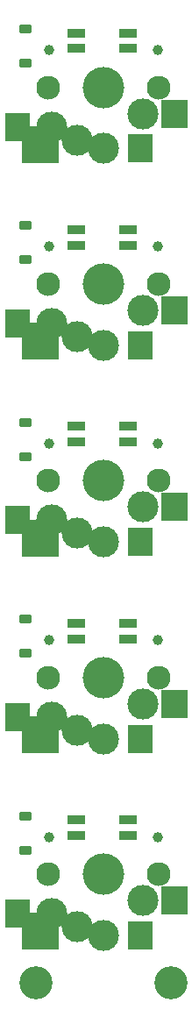
<source format=gbs>
G04 #@! TF.GenerationSoftware,KiCad,Pcbnew,7.0.8*
G04 #@! TF.CreationDate,2023-10-21T22:23:39-07:00*
G04 #@! TF.ProjectId,Seismos_5-Key,53656973-6d6f-4735-9f35-2d4b65792e6b,rev?*
G04 #@! TF.SameCoordinates,Original*
G04 #@! TF.FileFunction,Soldermask,Bot*
G04 #@! TF.FilePolarity,Negative*
%FSLAX46Y46*%
G04 Gerber Fmt 4.6, Leading zero omitted, Abs format (unit mm)*
G04 Created by KiCad (PCBNEW 7.0.8) date 2023-10-21 22:23:39*
%MOMM*%
%LPD*%
G01*
G04 APERTURE LIST*
G04 Aperture macros list*
%AMRoundRect*
0 Rectangle with rounded corners*
0 $1 Rounding radius*
0 $2 $3 $4 $5 $6 $7 $8 $9 X,Y pos of 4 corners*
0 Add a 4 corners polygon primitive as box body*
4,1,4,$2,$3,$4,$5,$6,$7,$8,$9,$2,$3,0*
0 Add four circle primitives for the rounded corners*
1,1,$1+$1,$2,$3*
1,1,$1+$1,$4,$5*
1,1,$1+$1,$6,$7*
1,1,$1+$1,$8,$9*
0 Add four rect primitives between the rounded corners*
20,1,$1+$1,$2,$3,$4,$5,0*
20,1,$1+$1,$4,$5,$6,$7,0*
20,1,$1+$1,$6,$7,$8,$9,0*
20,1,$1+$1,$8,$9,$2,$3,0*%
G04 Aperture macros list end*
%ADD10C,2.300000*%
%ADD11C,1.000000*%
%ADD12C,3.000000*%
%ADD13C,4.000000*%
%ADD14R,1.750000X0.812800*%
%ADD15RoundRect,0.063500X-1.150000X-1.300000X1.150000X-1.300000X1.150000X1.300000X-1.150000X1.300000X0*%
%ADD16RoundRect,0.063500X-1.750000X-1.750000X1.750000X-1.750000X1.750000X1.750000X-1.750000X1.750000X0*%
%ADD17RoundRect,0.063500X-1.200000X-1.300000X1.200000X-1.300000X1.200000X1.300000X-1.200000X1.300000X0*%
%ADD18C,3.200000*%
%ADD19RoundRect,0.225000X-0.375000X0.225000X-0.375000X-0.225000X0.375000X-0.225000X0.375000X0.225000X0*%
G04 APERTURE END LIST*
D10*
X41700000Y-60000000D03*
D11*
X41780000Y-56384200D03*
D12*
X42000000Y-63800000D03*
X44460000Y-65080000D03*
D13*
X47000000Y-60000000D03*
D12*
X47000000Y-65900000D03*
X50810000Y-62540000D03*
D11*
X52220000Y-56384200D03*
D10*
X52300000Y-60000000D03*
D14*
X49378000Y-54754900D03*
D15*
X38660000Y-63800000D03*
X50560000Y-65900000D03*
D14*
X44348100Y-54754900D03*
X49378000Y-56253500D03*
X44348100Y-56253500D03*
D16*
X40910000Y-65515000D03*
D17*
X53860000Y-62540000D03*
D10*
X41700000Y-41000000D03*
D11*
X41780000Y-37384200D03*
D12*
X42000000Y-44800000D03*
X44460000Y-46080000D03*
D13*
X47000000Y-41000000D03*
D12*
X47000000Y-46900000D03*
X50810000Y-43540000D03*
D11*
X52220000Y-37384200D03*
D10*
X52300000Y-41000000D03*
D14*
X49378000Y-35754900D03*
D15*
X38660000Y-44800000D03*
X50560000Y-46900000D03*
D14*
X44348100Y-35754900D03*
X49378000Y-37253500D03*
X44348100Y-37253500D03*
D16*
X40910000Y-46515000D03*
D17*
X53860000Y-43540000D03*
D10*
X41700000Y-79000000D03*
D11*
X41780000Y-75384200D03*
D12*
X42000000Y-82800000D03*
X44460000Y-84080000D03*
D13*
X47000000Y-79000000D03*
D12*
X47000000Y-84900000D03*
X50810000Y-81540000D03*
D11*
X52220000Y-75384200D03*
D10*
X52300000Y-79000000D03*
D14*
X49378000Y-73754900D03*
D15*
X38660000Y-82800000D03*
X50560000Y-84900000D03*
D14*
X44348100Y-73754900D03*
X49378000Y-75253500D03*
X44348100Y-75253500D03*
D16*
X40910000Y-84515000D03*
D17*
X53860000Y-81540000D03*
D10*
X41700000Y-98000000D03*
D11*
X41780000Y-94384200D03*
D12*
X42000000Y-101800000D03*
X44460000Y-103080000D03*
D13*
X47000000Y-98000000D03*
D12*
X47000000Y-103900000D03*
X50810000Y-100540000D03*
D11*
X52220000Y-94384200D03*
D10*
X52300000Y-98000000D03*
D14*
X49378000Y-92754900D03*
D15*
X38660000Y-101800000D03*
X50560000Y-103900000D03*
D14*
X44348100Y-92754900D03*
X49378000Y-94253500D03*
X44348100Y-94253500D03*
D16*
X40910000Y-103515000D03*
D17*
X53860000Y-100540000D03*
D18*
X53500000Y-127500000D03*
X40500000Y-127500000D03*
D10*
X41700000Y-117000000D03*
D11*
X41780000Y-113384200D03*
D12*
X42000000Y-120800000D03*
X44460000Y-122080000D03*
D13*
X47000000Y-117000000D03*
D12*
X47000000Y-122900000D03*
X50810000Y-119540000D03*
D11*
X52220000Y-113384200D03*
D10*
X52300000Y-117000000D03*
D14*
X49378000Y-111754900D03*
D15*
X38660000Y-120800000D03*
X50560000Y-122900000D03*
D14*
X44348100Y-111754900D03*
X49378000Y-113253500D03*
X44348100Y-113253500D03*
D16*
X40910000Y-122515000D03*
D17*
X53860000Y-119540000D03*
D19*
X39500000Y-54350000D03*
X39500000Y-57650000D03*
X39500000Y-92350000D03*
X39500000Y-95650000D03*
X39500000Y-35350000D03*
X39500000Y-38650000D03*
X39500000Y-111350000D03*
X39500000Y-114650000D03*
X39500000Y-73350000D03*
X39500000Y-76650000D03*
M02*

</source>
